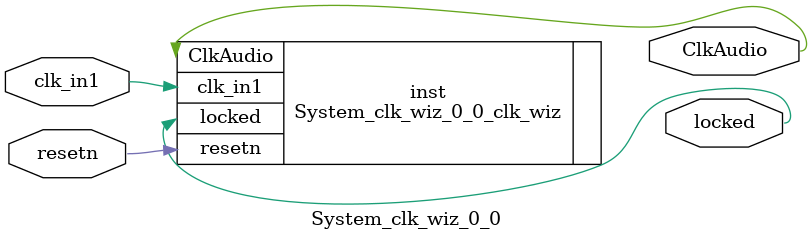
<source format=v>


`timescale 1ps/1ps

(* CORE_GENERATION_INFO = "System_clk_wiz_0_0,clk_wiz_v6_0_4_0_0,{component_name=System_clk_wiz_0_0,use_phase_alignment=true,use_min_o_jitter=false,use_max_i_jitter=false,use_dyn_phase_shift=false,use_inclk_switchover=false,use_dyn_reconfig=false,enable_axi=0,feedback_source=FDBK_AUTO,PRIMITIVE=MMCM,num_out_clk=1,clkin1_period=8.000,clkin2_period=10.000,use_power_down=false,use_reset=true,use_locked=true,use_inclk_stopped=false,feedback_type=SINGLE,CLOCK_MGR_TYPE=NA,manual_override=false}" *)

module System_clk_wiz_0_0 
 (
  // Clock out ports
  output        ClkAudio,
  // Status and control signals
  input         resetn,
  output        locked,
 // Clock in ports
  input         clk_in1
 );

  System_clk_wiz_0_0_clk_wiz inst
  (
  // Clock out ports  
  .ClkAudio(ClkAudio),
  // Status and control signals               
  .resetn(resetn), 
  .locked(locked),
 // Clock in ports
  .clk_in1(clk_in1)
  );

endmodule

</source>
